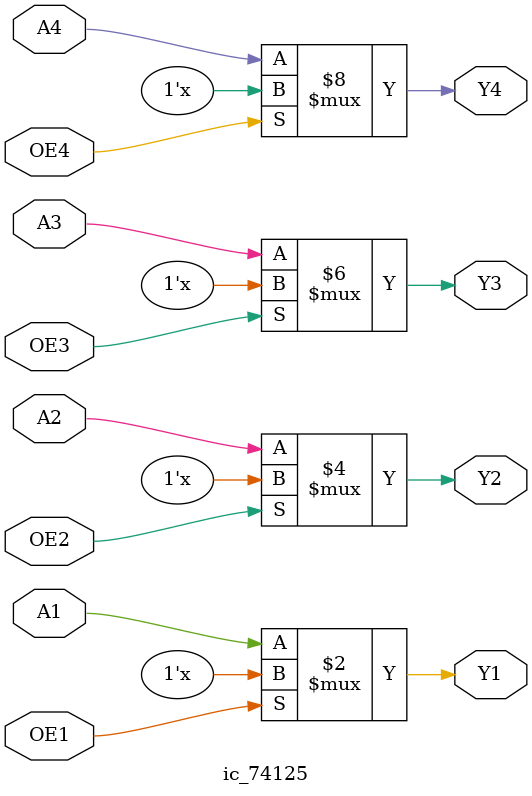
<source format=v>


module ic_74125(
    Y1, A1, OE1,
    Y2, A2, OE2,
    Y3, A3, OE3,
    Y4, A4, OE4);
    output Y1, Y2, Y3, Y4;
    input A1, A2, A3, A4;
    input OE1, OE2, OE3, OE4;

    assign Y1 = (!OE1) ? A1 : 1'bZ;
    assign Y2 = (!OE2) ? A2 : 1'bZ;
    assign Y3 = (!OE3) ? A3 : 1'bZ;
    assign Y4 = (!OE4) ? A4 : 1'bZ;

endmodule

</source>
